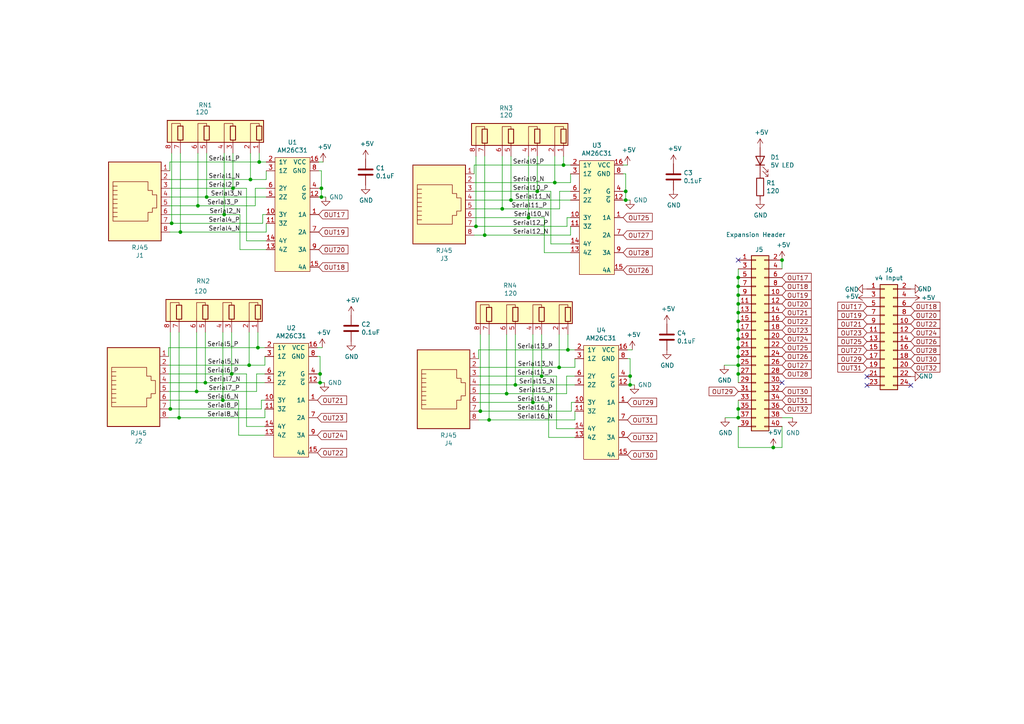
<source format=kicad_sch>
(kicad_sch (version 20211123) (generator eeschema)
  (paper "A4")
  (title_block (title "Diff Expansion") (date "2022-01-07") (rev "v3") (company "Scott Hanson"))
  (lib_symbols
    (symbol "Connector:RJ45" (pin_names (offset 1.016))
      (property "Reference" "J" (at -5.08 13.97 0))
      (property "Value" "RJ45" (at 2.54 13.97 0))
      (symbol "RJ45_0_1"
        (polyline (pts (xy -5.08 4.445) (xy -6.35 4.445)))
        (polyline (pts (xy -5.08 5.715) (xy -6.35 5.715)))
        (polyline (pts (xy -6.35 -3.175) (xy -5.08 -3.175) (xy -5.08 -3.175)))
        (polyline (pts (xy -6.35 -1.905) (xy -5.08 -1.905) (xy -5.08 -1.905)))
        (polyline (pts (xy -6.35 -0.635) (xy -5.08 -0.635) (xy -5.08 -0.635)))
        (polyline (pts (xy -6.35 0.635) (xy -5.08 0.635) (xy -5.08 0.635)))
        (polyline (pts (xy -6.35 1.905) (xy -5.08 1.905) (xy -5.08 1.905)))
        (polyline (pts (xy -5.08 3.175) (xy -6.35 3.175) (xy -6.35 3.175)))
        (polyline (pts (xy -6.35 -4.445) (xy -6.35 6.985) (xy 3.81 6.985) (xy 3.81 4.445) (xy 5.08 4.445) (xy 5.08 3.175) (xy 6.35 3.175) (xy 6.35 -0.635) (xy 5.08 -0.635) (xy 5.08 -1.905) (xy 3.81 -1.905) (xy 3.81 -4.445) (xy -6.35 -4.445) (xy -6.35 -4.445)))
        (rectangle (start 7.62 12.7) (end -7.62 -10.16) (stroke (width 0.254)) (fill (type background)))
      )
      (symbol "RJ45_1_1"
        (pin passive line (at 10.16 -7.62 180) (length 2.54) (name "~") (number "1"))
        (pin passive line (at 10.16 -5.08 180) (length 2.54) (name "~") (number "2"))
        (pin passive line (at 10.16 -2.54 180) (length 2.54) (name "~") (number "3"))
        (pin passive line (at 10.16 0 180) (length 2.54) (name "~") (number "4"))
        (pin passive line (at 10.16 2.54 180) (length 2.54) (name "~") (number "5"))
        (pin passive line (at 10.16 5.08 180) (length 2.54) (name "~") (number "6"))
        (pin passive line (at 10.16 7.62 180) (length 2.54) (name "~") (number "7"))
        (pin passive line (at 10.16 10.16 180) (length 2.54) (name "~") (number "8"))
      )
    )
    (symbol "Connector_Generic:Conn_02x12_Odd_Even" (pin_names (offset 1.016) hide)
      (property "Reference" "J" (at 1.27 15.24 0))
      (property "Value" "Conn_02x12_Odd_Even" (at 1.27 -17.78 0))
      (symbol "Conn_02x12_Odd_Even_1_1"
        (rectangle (start -1.27 -15.113) (end 0 -15.367) (stroke (width 0.1524)))
        (rectangle (start -1.27 -12.573) (end 0 -12.827) (stroke (width 0.1524)))
        (rectangle (start -1.27 -10.033) (end 0 -10.287) (stroke (width 0.1524)))
        (rectangle (start -1.27 -7.493) (end 0 -7.747) (stroke (width 0.1524)))
        (rectangle (start -1.27 -4.953) (end 0 -5.207) (stroke (width 0.1524)))
        (rectangle (start -1.27 -2.413) (end 0 -2.667) (stroke (width 0.1524)))
        (rectangle (start -1.27 0.127) (end 0 -0.127) (stroke (width 0.1524)))
        (rectangle (start -1.27 2.667) (end 0 2.413) (stroke (width 0.1524)))
        (rectangle (start -1.27 5.207) (end 0 4.953) (stroke (width 0.1524)))
        (rectangle (start -1.27 7.747) (end 0 7.493) (stroke (width 0.1524)))
        (rectangle (start -1.27 10.287) (end 0 10.033) (stroke (width 0.1524)))
        (rectangle (start -1.27 12.827) (end 0 12.573) (stroke (width 0.1524)))
        (rectangle (start -1.27 13.97) (end 3.81 -16.51) (stroke (width 0.254)) (fill (type background)))
        (rectangle (start 3.81 -15.113) (end 2.54 -15.367) (stroke (width 0.1524)))
        (rectangle (start 3.81 -12.573) (end 2.54 -12.827) (stroke (width 0.1524)))
        (rectangle (start 3.81 -10.033) (end 2.54 -10.287) (stroke (width 0.1524)))
        (rectangle (start 3.81 -7.493) (end 2.54 -7.747) (stroke (width 0.1524)))
        (rectangle (start 3.81 -4.953) (end 2.54 -5.207) (stroke (width 0.1524)))
        (rectangle (start 3.81 -2.413) (end 2.54 -2.667) (stroke (width 0.1524)))
        (rectangle (start 3.81 0.127) (end 2.54 -0.127) (stroke (width 0.1524)))
        (rectangle (start 3.81 2.667) (end 2.54 2.413) (stroke (width 0.1524)))
        (rectangle (start 3.81 5.207) (end 2.54 4.953) (stroke (width 0.1524)))
        (rectangle (start 3.81 7.747) (end 2.54 7.493) (stroke (width 0.1524)))
        (rectangle (start 3.81 10.287) (end 2.54 10.033) (stroke (width 0.1524)))
        (rectangle (start 3.81 12.827) (end 2.54 12.573) (stroke (width 0.1524)))
        (pin passive line (at -5.08 12.7 0) (length 3.81) (name "Pin_1") (number "1"))
        (pin passive line (at 7.62 2.54 180) (length 3.81) (name "Pin_10") (number "10"))
        (pin passive line (at -5.08 0 0) (length 3.81) (name "Pin_11") (number "11"))
        (pin passive line (at 7.62 0 180) (length 3.81) (name "Pin_12") (number "12"))
        (pin passive line (at -5.08 -2.54 0) (length 3.81) (name "Pin_13") (number "13"))
        (pin passive line (at 7.62 -2.54 180) (length 3.81) (name "Pin_14") (number "14"))
        (pin passive line (at -5.08 -5.08 0) (length 3.81) (name "Pin_15") (number "15"))
        (pin passive line (at 7.62 -5.08 180) (length 3.81) (name "Pin_16") (number "16"))
        (pin passive line (at -5.08 -7.62 0) (length 3.81) (name "Pin_17") (number "17"))
        (pin passive line (at 7.62 -7.62 180) (length 3.81) (name "Pin_18") (number "18"))
        (pin passive line (at -5.08 -10.16 0) (length 3.81) (name "Pin_19") (number "19"))
        (pin passive line (at 7.62 12.7 180) (length 3.81) (name "Pin_2") (number "2"))
        (pin passive line (at 7.62 -10.16 180) (length 3.81) (name "Pin_20") (number "20"))
        (pin passive line (at -5.08 -12.7 0) (length 3.81) (name "Pin_21") (number "21"))
        (pin passive line (at 7.62 -12.7 180) (length 3.81) (name "Pin_22") (number "22"))
        (pin passive line (at -5.08 -15.24 0) (length 3.81) (name "Pin_23") (number "23"))
        (pin passive line (at 7.62 -15.24 180) (length 3.81) (name "Pin_24") (number "24"))
        (pin passive line (at -5.08 10.16 0) (length 3.81) (name "Pin_3") (number "3"))
        (pin passive line (at 7.62 10.16 180) (length 3.81) (name "Pin_4") (number "4"))
        (pin passive line (at -5.08 7.62 0) (length 3.81) (name "Pin_5") (number "5"))
        (pin passive line (at 7.62 7.62 180) (length 3.81) (name "Pin_6") (number "6"))
        (pin passive line (at -5.08 5.08 0) (length 3.81) (name "Pin_7") (number "7"))
        (pin passive line (at 7.62 5.08 180) (length 3.81) (name "Pin_8") (number "8"))
        (pin passive line (at -5.08 2.54 0) (length 3.81) (name "Pin_9") (number "9"))
      )
    )
    (symbol "Connector_Generic:Conn_02x20_Odd_Even" (pin_names (offset 1.016) hide)
      (property "Reference" "J" (at 1.27 25.4 0))
      (property "Value" "Conn_02x20_Odd_Even" (at 1.27 -27.94 0))
      (symbol "Conn_02x20_Odd_Even_1_1"
        (rectangle (start -1.27 -25.273) (end 0 -25.527) (stroke (width 0.1524)))
        (rectangle (start -1.27 -22.733) (end 0 -22.987) (stroke (width 0.1524)))
        (rectangle (start -1.27 -20.193) (end 0 -20.447) (stroke (width 0.1524)))
        (rectangle (start -1.27 -17.653) (end 0 -17.907) (stroke (width 0.1524)))
        (rectangle (start -1.27 -15.113) (end 0 -15.367) (stroke (width 0.1524)))
        (rectangle (start -1.27 -12.573) (end 0 -12.827) (stroke (width 0.1524)))
        (rectangle (start -1.27 -10.033) (end 0 -10.287) (stroke (width 0.1524)))
        (rectangle (start -1.27 -7.493) (end 0 -7.747) (stroke (width 0.1524)))
        (rectangle (start -1.27 -4.953) (end 0 -5.207) (stroke (width 0.1524)))
        (rectangle (start -1.27 -2.413) (end 0 -2.667) (stroke (width 0.1524)))
        (rectangle (start -1.27 0.127) (end 0 -0.127) (stroke (width 0.1524)))
        (rectangle (start -1.27 2.667) (end 0 2.413) (stroke (width 0.1524)))
        (rectangle (start -1.27 5.207) (end 0 4.953) (stroke (width 0.1524)))
        (rectangle (start -1.27 7.747) (end 0 7.493) (stroke (width 0.1524)))
        (rectangle (start -1.27 10.287) (end 0 10.033) (stroke (width 0.1524)))
        (rectangle (start -1.27 12.827) (end 0 12.573) (stroke (width 0.1524)))
        (rectangle (start -1.27 15.367) (end 0 15.113) (stroke (width 0.1524)))
        (rectangle (start -1.27 17.907) (end 0 17.653) (stroke (width 0.1524)))
        (rectangle (start -1.27 20.447) (end 0 20.193) (stroke (width 0.1524)))
        (rectangle (start -1.27 22.987) (end 0 22.733) (stroke (width 0.1524)))
        (rectangle (start -1.27 24.13) (end 3.81 -26.67) (stroke (width 0.254)) (fill (type background)))
        (rectangle (start 3.81 -25.273) (end 2.54 -25.527) (stroke (width 0.1524)))
        (rectangle (start 3.81 -22.733) (end 2.54 -22.987) (stroke (width 0.1524)))
        (rectangle (start 3.81 -20.193) (end 2.54 -20.447) (stroke (width 0.1524)))
        (rectangle (start 3.81 -17.653) (end 2.54 -17.907) (stroke (width 0.1524)))
        (rectangle (start 3.81 -15.113) (end 2.54 -15.367) (stroke (width 0.1524)))
        (rectangle (start 3.81 -12.573) (end 2.54 -12.827) (stroke (width 0.1524)))
        (rectangle (start 3.81 -10.033) (end 2.54 -10.287) (stroke (width 0.1524)))
        (rectangle (start 3.81 -7.493) (end 2.54 -7.747) (stroke (width 0.1524)))
        (rectangle (start 3.81 -4.953) (end 2.54 -5.207) (stroke (width 0.1524)))
        (rectangle (start 3.81 -2.413) (end 2.54 -2.667) (stroke (width 0.1524)))
        (rectangle (start 3.81 0.127) (end 2.54 -0.127) (stroke (width 0.1524)))
        (rectangle (start 3.81 2.667) (end 2.54 2.413) (stroke (width 0.1524)))
        (rectangle (start 3.81 5.207) (end 2.54 4.953) (stroke (width 0.1524)))
        (rectangle (start 3.81 7.747) (end 2.54 7.493) (stroke (width 0.1524)))
        (rectangle (start 3.81 10.287) (end 2.54 10.033) (stroke (width 0.1524)))
        (rectangle (start 3.81 12.827) (end 2.54 12.573) (stroke (width 0.1524)))
        (rectangle (start 3.81 15.367) (end 2.54 15.113) (stroke (width 0.1524)))
        (rectangle (start 3.81 17.907) (end 2.54 17.653) (stroke (width 0.1524)))
        (rectangle (start 3.81 20.447) (end 2.54 20.193) (stroke (width 0.1524)))
        (rectangle (start 3.81 22.987) (end 2.54 22.733) (stroke (width 0.1524)))
        (pin passive line (at -5.08 22.86 0) (length 3.81) (name "Pin_1") (number "1"))
        (pin passive line (at 7.62 12.7 180) (length 3.81) (name "Pin_10") (number "10"))
        (pin passive line (at -5.08 10.16 0) (length 3.81) (name "Pin_11") (number "11"))
        (pin passive line (at 7.62 10.16 180) (length 3.81) (name "Pin_12") (number "12"))
        (pin passive line (at -5.08 7.62 0) (length 3.81) (name "Pin_13") (number "13"))
        (pin passive line (at 7.62 7.62 180) (length 3.81) (name "Pin_14") (number "14"))
        (pin passive line (at -5.08 5.08 0) (length 3.81) (name "Pin_15") (number "15"))
        (pin passive line (at 7.62 5.08 180) (length 3.81) (name "Pin_16") (number "16"))
        (pin passive line (at -5.08 2.54 0) (length 3.81) (name "Pin_17") (number "17"))
        (pin passive line (at 7.62 2.54 180) (length 3.81) (name "Pin_18") (number "18"))
        (pin passive line (at -5.08 0 0) (length 3.81) (name "Pin_19") (number "19"))
        (pin passive line (at 7.62 22.86 180) (length 3.81) (name "Pin_2") (number "2"))
        (pin passive line (at 7.62 0 180) (length 3.81) (name "Pin_20") (number "20"))
        (pin passive line (at -5.08 -2.54 0) (length 3.81) (name "Pin_21") (number "21"))
        (pin passive line (at 7.62 -2.54 180) (length 3.81) (name "Pin_22") (number "22"))
        (pin passive line (at -5.08 -5.08 0) (length 3.81) (name "Pin_23") (number "23"))
        (pin passive line (at 7.62 -5.08 180) (length 3.81) (name "Pin_24") (number "24"))
        (pin passive line (at -5.08 -7.62 0) (length 3.81) (name "Pin_25") (number "25"))
        (pin passive line (at 7.62 -7.62 180) (length 3.81) (name "Pin_26") (number "26"))
        (pin passive line (at -5.08 -10.16 0) (length 3.81) (name "Pin_27") (number "27"))
        (pin passive line (at 7.62 -10.16 180) (length 3.81) (name "Pin_28") (number "28"))
        (pin passive line (at -5.08 -12.7 0) (length 3.81) (name "Pin_29") (number "29"))
        (pin passive line (at -5.08 20.32 0) (length 3.81) (name "Pin_3") (number "3"))
        (pin passive line (at 7.62 -12.7 180) (length 3.81) (name "Pin_30") (number "30"))
        (pin passive line (at -5.08 -15.24 0) (length 3.81) (name "Pin_31") (number "31"))
        (pin passive line (at 7.62 -15.24 180) (length 3.81) (name "Pin_32") (number "32"))
        (pin passive line (at -5.08 -17.78 0) (length 3.81) (name "Pin_33") (number "33"))
        (pin passive line (at 7.62 -17.78 180) (length 3.81) (name "Pin_34") (number "34"))
        (pin passive line (at -5.08 -20.32 0) (length 3.81) (name "Pin_35") (number "35"))
        (pin passive line (at 7.62 -20.32 180) (length 3.81) (name "Pin_36") (number "36"))
        (pin passive line (at -5.08 -22.86 0) (length 3.81) (name "Pin_37") (number "37"))
        (pin passive line (at 7.62 -22.86 180) (length 3.81) (name "Pin_38") (number "38"))
        (pin passive line (at -5.08 -25.4 0) (length 3.81) (name "Pin_39") (number "39"))
        (pin passive line (at 7.62 20.32 180) (length 3.81) (name "Pin_4") (number "4"))
        (pin passive line (at 7.62 -25.4 180) (length 3.81) (name "Pin_40") (number "40"))
        (pin passive line (at -5.08 17.78 0) (length 3.81) (name "Pin_5") (number "5"))
        (pin passive line (at 7.62 17.78 180) (length 3.81) (name "Pin_6") (number "6"))
        (pin passive line (at -5.08 15.24 0) (length 3.81) (name "Pin_7") (number "7"))
        (pin passive line (at 7.62 15.24 180) (length 3.81) (name "Pin_8") (number "8"))
        (pin passive line (at -5.08 12.7 0) (length 3.81) (name "Pin_9") (number "9"))
      )
    )
    (symbol "Device:C" (pin_numbers hide) (pin_names (offset 0.254))
      (property "Reference" "C" (at 0.635 2.54 0))
      (property "Value" "C" (at 0.635 -2.54 0))
      (symbol "C_0_1"
        (polyline (pts (xy -2.032 -0.762) (xy 2.032 -0.762)) (stroke (width 0.508)))
        (polyline (pts (xy -2.032 0.762) (xy 2.032 0.762)) (stroke (width 0.508)))
      )
      (symbol "C_1_1"
        (pin passive line (at 0 3.81 270) (length 2.794) (name "~") (number "1"))
        (pin passive line (at 0 -3.81 90) (length 2.794) (name "~") (number "2"))
      )
    )
    (symbol "Device:LED" (pin_numbers hide) (pin_names (offset 1.016) hide)
      (property "Reference" "D" (at 0 2.54 0))
      (property "Value" "LED" (at 0 -2.54 0))
      (symbol "LED_0_1"
        (polyline (pts (xy -1.27 -1.27) (xy -1.27 1.27)) (stroke (width 0.254)))
        (polyline (pts (xy -1.27 0) (xy 1.27 0)))
        (polyline (pts (xy 1.27 -1.27) (xy 1.27 1.27) (xy -1.27 0) (xy 1.27 -1.27)) (stroke (width 0.254)))
        (polyline (pts (xy -3.048 -0.762) (xy -4.572 -2.286) (xy -3.81 -2.286) (xy -4.572 -2.286) (xy -4.572 -1.524)))
        (polyline (pts (xy -1.778 -0.762) (xy -3.302 -2.286) (xy -2.54 -2.286) (xy -3.302 -2.286) (xy -3.302 -1.524)))
      )
      (symbol "LED_1_1"
        (pin passive line (at -3.81 0 0) (length 2.54) (name "K") (number "1"))
        (pin passive line (at 3.81 0 180) (length 2.54) (name "A") (number "2"))
      )
    )
    (symbol "Device:R" (pin_numbers hide) (pin_names (offset 0))
      (property "Reference" "R" (at 2.032 0 90))
      (property "Value" "R" (at 0 0 90))
      (symbol "R_0_1"
        (rectangle (start -1.016 -2.54) (end 1.016 2.54) (stroke (width 0.254)))
      )
      (symbol "R_1_1"
        (pin passive line (at 0 3.81 270) (length 1.27) (name "~") (number "1"))
        (pin passive line (at 0 -3.81 90) (length 1.27) (name "~") (number "2"))
      )
    )
    (symbol "Device:R_Pack04_SIP" (pin_names (offset 0) hide)
      (property "Reference" "RN" (at -15.24 0 90))
      (property "Value" "R_Pack04_SIP" (at 15.24 0 90))
      (symbol "R_Pack04_SIP_0_1"
        (rectangle (start -13.97 -1.905) (end 13.97 4.445) (stroke (width 0.254)) (fill (type background)))
        (rectangle (start -13.462 2.794) (end -11.938 -1.27) (stroke (width 0.254)))
        (rectangle (start -5.842 2.794) (end -4.318 -1.27) (stroke (width 0.254)))
        (polyline (pts (xy -12.7 2.794) (xy -12.7 3.556) (xy -10.16 3.556) (xy -10.16 -1.27)))
        (polyline (pts (xy -5.08 2.794) (xy -5.08 3.556) (xy -2.54 3.556) (xy -2.54 -1.27)))
        (polyline (pts (xy 2.54 2.794) (xy 2.54 3.556) (xy 5.08 3.556) (xy 5.08 -1.27)))
        (polyline (pts (xy 10.16 2.794) (xy 10.16 3.556) (xy 12.7 3.556) (xy 12.7 -1.27)))
        (rectangle (start 1.778 2.794) (end 3.302 -1.27) (stroke (width 0.254)))
        (rectangle (start 9.398 2.794) (end 10.922 -1.27) (stroke (width 0.254)))
      )
      (symbol "R_Pack04_SIP_1_1"
        (pin passive line (at -12.7 -5.08 90) (length 3.81) (name "R1.1") (number "1"))
        (pin passive line (at -10.16 -5.08 90) (length 3.81) (name "R1.2") (number "2"))
        (pin passive line (at -5.08 -5.08 90) (length 3.81) (name "R2.1") (number "3"))
        (pin passive line (at -2.54 -5.08 90) (length 3.81) (name "R2.2") (number "4"))
        (pin passive line (at 2.54 -5.08 90) (length 3.81) (name "R3.1") (number "5"))
        (pin passive line (at 5.08 -5.08 90) (length 3.81) (name "R3.2") (number "6"))
        (pin passive line (at 10.16 -5.08 90) (length 3.81) (name "R4.1") (number "7"))
        (pin passive line (at 12.7 -5.08 90) (length 3.81) (name "R4.2") (number "8"))
      )
    )
    (symbol "Diff_Expansion-rescue:AM26C31-AM26C31" (pin_names (offset 1.016))
      (property "Reference" "IC" (at -5.08 17.78 0))
      (property "Value" "AM26C31-AM26C31" (at -5.08 -17.78 0))
      (symbol "AM26C31-AM26C31_0_0"
        (pin input line (at -7.62 0 0) (length 2.54) (name "1A") (number "1"))
        (pin output line (at 7.62 0 180) (length 2.54) (name "3Y") (number "10"))
        (pin output line (at 7.62 -2.54 180) (length 2.54) (name "3Z") (number "11"))
        (pin input line (at -7.62 5.08 0) (length 2.54) (name "~{G}") (number "12"))
        (pin output line (at 7.62 -10.16 180) (length 2.54) (name "4Z") (number "13"))
        (pin output line (at 7.62 -7.62 180) (length 2.54) (name "4Y") (number "14"))
        (pin input line (at -7.62 -15.24 0) (length 2.54) (name "4A") (number "15"))
        (pin power_in line (at -7.62 15.24 0) (length 2.54) (name "VCC") (number "16"))
        (pin output line (at 7.62 15.24 180) (length 2.54) (name "1Y") (number "2"))
        (pin output line (at 7.62 12.7 180) (length 2.54) (name "1Z") (number "3"))
        (pin input line (at -7.62 7.62 0) (length 2.54) (name "G") (number "4"))
        (pin output line (at 7.62 5.08 180) (length 2.54) (name "2Z") (number "5"))
        (pin output line (at 7.62 7.62 180) (length 2.54) (name "2Y") (number "6"))
        (pin input line (at -7.62 -5.08 0) (length 2.54) (name "2A") (number "7"))
        (pin power_in line (at -7.62 12.7 0) (length 2.54) (name "GND") (number "8"))
        (pin input line (at -7.62 -10.16 0) (length 2.54) (name "3A") (number "9"))
      )
      (symbol "AM26C31-AM26C31_0_1"
        (rectangle (start -5.08 16.51) (end 5.08 -16.51) (fill (type background)))
      )
    )
    (symbol "power:+5V" (power) (pin_names (offset 0))
      (property "Value" "+5V" (at 0 3.556 0))
      (symbol "+5V_0_1"
        (polyline (pts (xy -0.762 1.27) (xy 0 2.54)))
        (polyline (pts (xy 0 0) (xy 0 2.54)))
        (polyline (pts (xy 0 2.54) (xy 0.762 1.27)))
      )
      (symbol "+5V_1_1"
        (pin power_in line (at 0 0 90) (length 0) hide (name "+5V") (number "1"))
      )
    )
    (symbol "power:GND" (power) (pin_names (offset 0))
      (property "Value" "GND" (at 0 -3.81 0))
      (symbol "GND_0_1"
        (polyline (pts (xy 0 0) (xy 0 -1.27) (xy 1.27 -1.27) (xy 0 -2.54) (xy -1.27 -1.27) (xy 0 -1.27)))
      )
      (symbol "GND_1_1"
        (pin power_in line (at 0 0 270) (length 0) hide (name "GND") (number "1"))
      )
    )
  )
  (junction (at 59.563 110.998))
  (junction (at 72.644 52.07))
  (junction (at 57.404 59.69))
  (junction (at 140.589 68.199))
  (junction (at 181.483 58.039))
  (junction (at 65.024 62.23))
  (junction (at 75.184 46.99))
  (junction (at 160.909 52.959))
  (junction (at 214.122 105.918))
  (junction (at 67.564 54.61))
  (junction (at 49.784 64.77))
  (junction (at 226.822 75.438))
  (junction (at 214.122 118.618))
  (junction (at 92.837 108.458))
  (junction (at 214.122 83.058))
  (junction (at 153.289 63.119))
  (junction (at 145.669 60.579))
  (junction (at 214.122 95.758))
  (junction (at 148.209 58.039))
  (junction (at 154.559 116.713))
  (junction (at 182.753 111.633))
  (junction (at 214.122 93.218))
  (junction (at 164.719 101.473))
  (junction (at 214.122 90.678))
  (junction (at 224.282 129.794))
  (junction (at 182.753 109.093))
  (junction (at 49.403 118.618))
  (junction (at 92.837 110.998))
  (junction (at 214.122 88.138))
  (junction (at 141.859 121.793))
  (junction (at 214.122 121.158))
  (junction (at 57.023 113.538))
  (junction (at 93.218 57.15))
  (junction (at 59.944 57.15))
  (junction (at 214.122 80.518))
  (junction (at 52.324 67.31))
  (junction (at 146.939 114.173))
  (junction (at 163.449 47.879))
  (junction (at 139.319 119.253))
  (junction (at 214.122 98.298))
  (junction (at 74.803 100.838))
  (junction (at 214.122 85.598))
  (junction (at 214.122 100.838))
  (junction (at 214.122 108.458))
  (junction (at 67.183 108.458))
  (junction (at 72.263 105.918))
  (junction (at 162.179 106.553))
  (junction (at 157.099 109.093))
  (junction (at 214.122 103.378))
  (junction (at 64.643 116.078))
  (junction (at 149.479 111.633))
  (junction (at 138.049 65.659))
  (junction (at 51.943 121.158))
  (junction (at 155.829 55.499))
  (junction (at 93.218 54.61))
  (junction (at 181.483 55.499))
  (no_connect (at 251.46 111.76))
  (no_connect (at 226.822 110.998))
  (no_connect (at 251.46 109.22))
  (no_connect (at 214.122 75.438))
  (no_connect (at 264.16 111.76))
  (wire (pts (xy 49.276 64.77) (xy 49.784 64.77)))
  (wire (pts (xy 145.669 45.339) (xy 145.669 60.579)))
  (wire (pts (xy 137.541 47.879) (xy 163.449 47.879)))
  (wire (pts (xy 92.075 103.378) (xy 92.837 103.378)))
  (wire (pts (xy 160.909 45.339) (xy 160.909 52.959)))
  (wire (pts (xy 140.589 45.339) (xy 140.589 68.199)))
  (wire (pts (xy 137.541 55.499) (xy 155.829 55.499)))
  (wire (pts (xy 74.422 113.538) (xy 74.422 108.458)))
  (wire (pts (xy 75.819 116.078) (xy 76.835 116.078)))
  (wire (pts (xy 161.417 109.093) (xy 161.417 124.333)))
  (wire (pts (xy 76.835 100.838) (xy 74.803 100.838)))
  (wire (pts (xy 140.589 68.199) (xy 137.541 68.199)))
  (wire (pts (xy 149.479 97.028) (xy 149.479 111.633)))
  (wire (pts (xy 226.822 129.794) (xy 224.282 129.794)))
  (wire (pts (xy 49.276 57.15) (xy 59.944 57.15)))
  (wire (pts (xy 48.895 113.538) (xy 57.023 113.538)))
  (wire (pts (xy 181.991 101.473) (xy 183.388 101.473)))
  (wire (pts (xy 48.895 118.618) (xy 49.403 118.618)))
  (wire (pts (xy 154.559 97.028) (xy 154.559 116.713)))
  (wire (pts (xy 71.501 108.458) (xy 71.501 123.698)))
  (wire (pts (xy 67.183 96.393) (xy 67.183 108.458)))
  (wire (pts (xy 52.324 44.45) (xy 52.324 67.31)))
  (wire (pts (xy 165.481 55.499) (xy 162.306 55.499)))
  (wire (pts (xy 74.422 108.458) (xy 76.835 108.458)))
  (wire (pts (xy 146.939 97.028) (xy 146.939 114.173)))
  (wire (pts (xy 57.404 44.45) (xy 57.404 59.69)))
  (wire (pts (xy 214.122 105.918) (xy 210.058 105.918)))
  (wire (pts (xy 138.811 114.173) (xy 146.939 114.173)))
  (wire (pts (xy 181.991 109.093) (xy 182.753 109.093)))
  (wire (pts (xy 162.306 55.499) (xy 162.306 60.579)))
  (wire (pts (xy 214.122 98.298) (xy 214.122 100.838)))
  (wire (pts (xy 164.465 63.119) (xy 165.481 63.119)))
  (wire (pts (xy 77.216 64.77) (xy 77.216 67.31)))
  (wire (pts (xy 214.122 116.078) (xy 214.122 118.618)))
  (wire (pts (xy 48.895 100.838) (xy 74.803 100.838)))
  (wire (pts (xy 226.822 75.438) (xy 226.822 77.978)))
  (wire (pts (xy 138.811 109.093) (xy 157.099 109.093)))
  (wire (pts (xy 214.122 90.678) (xy 214.122 93.218)))
  (wire (pts (xy 145.669 60.579) (xy 137.541 60.579)))
  (wire (pts (xy 69.215 126.238) (xy 76.835 126.238)))
  (wire (pts (xy 71.501 54.61) (xy 71.501 69.85)))
  (wire (pts (xy 180.721 55.499) (xy 181.483 55.499)))
  (wire (pts (xy 49.276 54.61) (xy 67.564 54.61)))
  (wire (pts (xy 224.282 129.794) (xy 214.122 129.794)))
  (wire (pts (xy 180.721 50.419) (xy 181.483 50.419)))
  (wire (pts (xy 162.179 106.553) (xy 166.751 106.553)))
  (wire (pts (xy 76.2 62.23) (xy 77.216 62.23)))
  (wire (pts (xy 69.215 116.078) (xy 69.215 126.238)))
  (wire (pts (xy 165.481 52.959) (xy 165.481 50.419)))
  (wire (pts (xy 138.049 65.659) (xy 164.465 65.659)))
  (wire (pts (xy 75.819 118.618) (xy 75.819 116.078)))
  (wire (pts (xy 166.751 106.553) (xy 166.751 104.013)))
  (wire (pts (xy 164.719 97.028) (xy 164.719 101.473)))
  (wire (pts (xy 137.541 58.039) (xy 148.209 58.039)))
  (wire (pts (xy 182.753 111.633) (xy 181.991 111.633)))
  (wire (pts (xy 214.122 85.598) (xy 214.122 88.138)))
  (wire (pts (xy 67.183 108.458) (xy 71.501 108.458)))
  (wire (pts (xy 72.263 105.918) (xy 76.835 105.918)))
  (wire (pts (xy 49.276 46.99) (xy 75.184 46.99)))
  (wire (pts (xy 92.837 108.458) (xy 92.837 110.998)))
  (wire (pts (xy 148.209 58.039) (xy 165.481 58.039)))
  (wire (pts (xy 139.319 119.253) (xy 165.735 119.253)))
  (wire (pts (xy 74.041 54.61) (xy 74.041 59.69)))
  (wire (pts (xy 64.643 116.078) (xy 69.215 116.078)))
  (wire (pts (xy 64.643 96.393) (xy 64.643 116.078)))
  (wire (pts (xy 162.179 97.028) (xy 162.179 106.553)))
  (wire (pts (xy 51.943 121.158) (xy 48.895 121.158)))
  (wire (pts (xy 94.488 57.15) (xy 93.218 57.15)))
  (wire (pts (xy 49.276 52.07) (xy 72.644 52.07)))
  (wire (pts (xy 137.541 65.659) (xy 138.049 65.659)))
  (wire (pts (xy 75.184 44.45) (xy 75.184 46.99)))
  (wire (pts (xy 138.811 101.473) (xy 164.719 101.473)))
  (wire (pts (xy 138.811 116.713) (xy 154.559 116.713)))
  (wire (pts (xy 69.596 72.39) (xy 77.216 72.39)))
  (wire (pts (xy 214.122 121.158) (xy 210.312 121.158)))
  (wire (pts (xy 93.218 49.53) (xy 93.218 54.61)))
  (wire (pts (xy 71.501 69.85) (xy 77.216 69.85)))
  (wire (pts (xy 76.835 105.918) (xy 76.835 103.378)))
  (wire (pts (xy 48.895 105.918) (xy 72.263 105.918)))
  (wire (pts (xy 155.829 55.499) (xy 159.766 55.499)))
  (wire (pts (xy 59.944 57.15) (xy 77.216 57.15)))
  (wire (pts (xy 166.751 119.253) (xy 166.751 121.793)))
  (wire (pts (xy 67.564 44.45) (xy 67.564 54.61)))
  (wire (pts (xy 161.417 124.333) (xy 166.751 124.333)))
  (wire (pts (xy 160.909 52.959) (xy 165.481 52.959)))
  (wire (pts (xy 165.481 47.879) (xy 163.449 47.879)))
  (wire (pts (xy 214.122 93.218) (xy 214.122 95.758)))
  (wire (pts (xy 181.483 55.499) (xy 181.483 58.039)))
  (wire (pts (xy 52.324 67.31) (xy 49.276 67.31)))
  (wire (pts (xy 164.338 114.173) (xy 164.338 109.093)))
  (wire (pts (xy 92.837 110.998) (xy 92.075 110.998)))
  (wire (pts (xy 214.122 123.698) (xy 214.122 129.794)))
  (wire (pts (xy 77.216 52.07) (xy 77.216 49.53)))
  (wire (pts (xy 72.263 96.393) (xy 72.263 105.918)))
  (wire (pts (xy 153.289 63.119) (xy 157.861 63.119)))
  (wire (pts (xy 164.465 65.659) (xy 164.465 63.119)))
  (wire (pts (xy 157.099 97.028) (xy 157.099 109.093)))
  (wire (pts (xy 165.481 65.659) (xy 165.481 68.199)))
  (wire (pts (xy 67.564 54.61) (xy 71.501 54.61)))
  (wire (pts (xy 77.216 46.99) (xy 75.184 46.99)))
  (wire (pts (xy 65.024 44.45) (xy 65.024 62.23)))
  (wire (pts (xy 92.075 108.458) (xy 92.837 108.458)))
  (wire (pts (xy 92.456 54.61) (xy 93.218 54.61)))
  (wire (pts (xy 214.122 100.838) (xy 214.122 103.378)))
  (wire (pts (xy 49.276 62.23) (xy 65.024 62.23)))
  (wire (pts (xy 226.822 123.698) (xy 226.822 129.794)))
  (wire (pts (xy 77.216 54.61) (xy 74.041 54.61)))
  (wire (pts (xy 48.895 116.078) (xy 64.643 116.078)))
  (wire (pts (xy 214.122 118.618) (xy 214.122 121.158)))
  (wire (pts (xy 164.338 109.093) (xy 166.751 109.093)))
  (wire (pts (xy 49.403 96.393) (xy 49.403 118.618)))
  (wire (pts (xy 163.449 45.339) (xy 163.449 47.879)))
  (wire (pts (xy 59.563 96.393) (xy 59.563 110.998)))
  (wire (pts (xy 59.563 110.998) (xy 76.835 110.998)))
  (wire (pts (xy 214.122 80.518) (xy 214.122 83.058)))
  (wire (pts (xy 154.559 116.713) (xy 159.131 116.713)))
  (wire (pts (xy 57.023 113.538) (xy 74.422 113.538)))
  (wire (pts (xy 214.122 88.138) (xy 214.122 90.678)))
  (wire (pts (xy 48.895 100.838) (xy 48.895 103.378)))
  (wire (pts (xy 59.944 44.45) (xy 59.944 57.15)))
  (wire (pts (xy 57.023 96.393) (xy 57.023 113.538)))
  (wire (pts (xy 165.481 68.199) (xy 140.589 68.199)))
  (wire (pts (xy 157.861 73.279) (xy 165.481 73.279)))
  (wire (pts (xy 65.024 62.23) (xy 69.596 62.23)))
  (wire (pts (xy 49.276 46.99) (xy 49.276 49.53)))
  (wire (pts (xy 57.404 59.69) (xy 49.276 59.69)))
  (wire (pts (xy 137.541 63.119) (xy 153.289 63.119)))
  (wire (pts (xy 138.811 101.473) (xy 138.811 104.013)))
  (wire (pts (xy 149.479 111.633) (xy 166.751 111.633)))
  (wire (pts (xy 69.596 62.23) (xy 69.596 72.39)))
  (wire (pts (xy 77.216 67.31) (xy 52.324 67.31)))
  (wire (pts (xy 72.644 44.45) (xy 72.644 52.07)))
  (wire (pts (xy 141.859 121.793) (xy 138.811 121.793)))
  (wire (pts (xy 148.209 45.339) (xy 148.209 58.039)))
  (wire (pts (xy 76.835 118.618) (xy 76.835 121.158)))
  (wire (pts (xy 181.991 104.013) (xy 182.753 104.013)))
  (wire (pts (xy 182.753 109.093) (xy 182.753 111.633)))
  (wire (pts (xy 92.456 46.99) (xy 93.726 46.99)))
  (wire (pts (xy 49.784 44.45) (xy 49.784 64.77)))
  (wire (pts (xy 165.735 119.253) (xy 165.735 116.713)))
  (wire (pts (xy 180.721 47.879) (xy 181.991 47.879)))
  (wire (pts (xy 153.289 45.339) (xy 153.289 63.119)))
  (wire (pts (xy 74.803 96.393) (xy 74.803 100.838)))
  (wire (pts (xy 226.822 121.158) (xy 229.87 121.158)))
  (wire (pts (xy 166.751 101.473) (xy 164.719 101.473)))
  (wire (pts (xy 162.306 60.579) (xy 145.669 60.579)))
  (wire (pts (xy 155.829 45.339) (xy 155.829 55.499)))
  (wire (pts (xy 71.501 123.698) (xy 76.835 123.698)))
  (wire (pts (xy 137.541 52.959) (xy 160.909 52.959)))
  (wire (pts (xy 48.895 108.458) (xy 67.183 108.458)))
  (wire (pts (xy 214.122 77.978) (xy 214.122 80.518)))
  (wire (pts (xy 74.041 59.69) (xy 57.404 59.69)))
  (wire (pts (xy 214.122 83.058) (xy 214.122 85.598)))
  (wire (pts (xy 157.099 109.093) (xy 161.417 109.093)))
  (wire (pts (xy 48.895 110.998) (xy 59.563 110.998)))
  (wire (pts (xy 159.766 55.499) (xy 159.766 70.739)))
  (wire (pts (xy 92.456 49.53) (xy 93.218 49.53)))
  (wire (pts (xy 159.131 116.713) (xy 159.131 126.873)))
  (wire (pts (xy 141.859 97.028) (xy 141.859 121.793)))
  (wire (pts (xy 181.483 58.039) (xy 180.721 58.039)))
  (wire (pts (xy 157.861 63.119) (xy 157.861 73.279)))
  (wire (pts (xy 182.753 104.013) (xy 182.753 109.093)))
  (wire (pts (xy 181.483 50.419) (xy 181.483 55.499)))
  (wire (pts (xy 93.218 54.61) (xy 93.218 57.15)))
  (wire (pts (xy 214.122 105.918) (xy 214.122 108.458)))
  (wire (pts (xy 138.811 119.253) (xy 139.319 119.253)))
  (wire (pts (xy 137.541 47.879) (xy 137.541 50.419)))
  (wire (pts (xy 166.751 121.793) (xy 141.859 121.793)))
  (wire (pts (xy 94.107 110.998) (xy 92.837 110.998)))
  (wire (pts (xy 165.735 116.713) (xy 166.751 116.713)))
  (wire (pts (xy 92.075 100.838) (xy 93.472 100.838)))
  (wire (pts (xy 138.811 106.553) (xy 162.179 106.553)))
  (wire (pts (xy 214.122 103.378) (xy 214.122 105.918)))
  (wire (pts (xy 49.403 118.618) (xy 75.819 118.618)))
  (wire (pts (xy 138.811 111.633) (xy 149.479 111.633)))
  (wire (pts (xy 184.023 111.633) (xy 182.753 111.633)))
  (wire (pts (xy 51.943 96.393) (xy 51.943 121.158)))
  (wire (pts (xy 76.2 64.77) (xy 76.2 62.23)))
  (wire (pts (xy 76.835 121.158) (xy 51.943 121.158)))
  (wire (pts (xy 159.766 70.739) (xy 165.481 70.739)))
  (wire (pts (xy 182.753 58.039) (xy 181.483 58.039)))
  (wire (pts (xy 92.837 103.378) (xy 92.837 108.458)))
  (wire (pts (xy 93.218 57.15) (xy 92.456 57.15)))
  (wire (pts (xy 214.122 95.758) (xy 214.122 98.298)))
  (wire (pts (xy 146.939 114.173) (xy 164.338 114.173)))
  (wire (pts (xy 139.319 97.028) (xy 139.319 119.253)))
  (wire (pts (xy 72.644 52.07) (xy 77.216 52.07)))
  (wire (pts (xy 214.122 108.458) (xy 214.122 110.998)))
  (wire (pts (xy 49.784 64.77) (xy 76.2 64.77)))
  (wire (pts (xy 138.049 45.339) (xy 138.049 65.659)))
  (wire (pts (xy 159.131 126.873) (xy 166.751 126.873)))
  (label "Serial14_N" (at 149.987 116.713 0))
  (label "Serial4_P" (at 60.452 64.77 0))
  (label "Serial8_N" (at 60.071 121.158 0))
  (label "Serial9_N" (at 148.717 52.959 0))
  (label "Serial1_P" (at 60.452 46.99 0))
  (label "Serial3_N" (at 61.087 57.15 0))
  (label "Serial2_P" (at 60.452 54.61 0))
  (label "Serial14_P" (at 149.987 109.093 0))
  (label "Serial5_P" (at 60.071 100.838 0))
  (label "Serial13_N" (at 150.114 106.553 0))
  (label "Serial6_P" (at 60.071 108.458 0))
  (label "Serial9_P" (at 148.717 47.879 0))
  (label "Serial12_N" (at 148.717 68.199 0))
  (label "Serial7_N" (at 60.579 110.998 0))
  (label "Serial16_N" (at 149.987 121.793 0))
  (label "Serial12_P" (at 148.717 65.659 0))
  (label "Serial7_P" (at 60.452 113.538 0))
  (label "Serial3_P" (at 60.071 59.69 0))
  (label "Serial10_N" (at 148.971 63.119 0))
  (label "Serial6_N" (at 60.071 116.078 0))
  (label "Serial5_N" (at 60.198 105.918 0))
  (label "Serial4_N" (at 60.452 67.31 0))
  (label "Serial1_N" (at 60.452 52.07 0))
  (label "Serial10_P" (at 148.717 55.499 0))
  (label "Serial2_N" (at 60.706 62.23 0))
  (label "Serial8_P" (at 60.071 118.618 0))
  (label "Serial11_N" (at 149.352 58.039 0))
  (label "Serial11_P" (at 148.336 60.579 0))
  (label "Serial15_N" (at 150.495 111.633 0))
  (label "Serial16_P" (at 149.987 119.253 0))
  (label "Serial15_P" (at 150.368 114.173 0))
  (label "Serial13_P" (at 149.987 101.473 0))
  (global_label "OUT21" (shape input) (at 251.46 93.98 180) (property "Intersheet References" "${INTERSHEET_REFS}" (effects hide)))
  (global_label "OUT19" (shape input) (at 251.46 91.44 180) (property "Intersheet References" "${INTERSHEET_REFS}" (effects hide)))
  (global_label "OUT22" (shape input) (at 92.075 131.318 0) (property "Intersheet References" "${INTERSHEET_REFS}" (effects hide)))
  (global_label "OUT31" (shape input) (at 226.822 116.078 0) (property "Intersheet References" "${INTERSHEET_REFS}" (effects hide)))
  (global_label "OUT29" (shape input) (at 181.991 116.713 0) (property "Intersheet References" "${INTERSHEET_REFS}" (effects hide)))
  (global_label "OUT31" (shape input) (at 251.46 106.68 180) (property "Intersheet References" "${INTERSHEET_REFS}" (effects hide)))
  (global_label "OUT22" (shape input) (at 226.822 93.218 0) (property "Intersheet References" "${INTERSHEET_REFS}" (effects hide)))
  (global_label "OUT28" (shape input) (at 264.16 101.6 0) (property "Intersheet References" "${INTERSHEET_REFS}" (effects hide)))
  (global_label "OUT23" (shape input) (at 92.075 121.158 0) (property "Intersheet References" "${INTERSHEET_REFS}" (effects hide)))
  (global_label "OUT18" (shape input) (at 92.456 77.47 0) (property "Intersheet References" "${INTERSHEET_REFS}" (effects hide)))
  (global_label "OUT20" (shape input) (at 226.822 88.138 0) (property "Intersheet References" "${INTERSHEET_REFS}" (effects hide)))
  (global_label "OUT29" (shape input) (at 251.46 104.14 180) (property "Intersheet References" "${INTERSHEET_REFS}" (effects hide)))
  (global_label "OUT19" (shape input) (at 92.456 67.31 0) (property "Intersheet References" "${INTERSHEET_REFS}" (effects hide)))
  (global_label "OUT25" (shape input) (at 226.822 100.838 0) (property "Intersheet References" "${INTERSHEET_REFS}" (effects hide)))
  (global_label "OUT23" (shape input) (at 226.822 95.758 0) (property "Intersheet References" "${INTERSHEET_REFS}" (effects hide)))
  (global_label "OUT17" (shape input) (at 226.822 80.518 0) (property "Intersheet References" "${INTERSHEET_REFS}" (effects hide)))
  (global_label "OUT24" (shape input) (at 226.822 98.298 0) (property "Intersheet References" "${INTERSHEET_REFS}" (effects hide)))
  (global_label "OUT17" (shape input) (at 92.456 62.23 0) (property "Intersheet References" "${INTERSHEET_REFS}" (effects hide)))
  (global_label "OUT26" (shape input) (at 226.822 103.378 0) (property "Intersheet References" "${INTERSHEET_REFS}" (effects hide)))
  (global_label "OUT27" (shape input) (at 180.721 68.199 0) (property "Intersheet References" "${INTERSHEET_REFS}" (effects hide)))
  (global_label "OUT31" (shape input) (at 181.991 121.793 0) (property "Intersheet References" "${INTERSHEET_REFS}" (effects hide)))
  (global_label "OUT32" (shape input) (at 181.991 126.873 0) (property "Intersheet References" "${INTERSHEET_REFS}" (effects hide)))
  (global_label "OUT29" (shape input) (at 214.122 113.538 180) (property "Intersheet References" "${INTERSHEET_REFS}" (effects hide)))
  (global_label "OUT21" (shape input) (at 92.075 116.078 0) (property "Intersheet References" "${INTERSHEET_REFS}" (effects hide)))
  (global_label "OUT25" (shape input) (at 251.46 99.06 180) (property "Intersheet References" "${INTERSHEET_REFS}" (effects hide)))
  (global_label "OUT18" (shape input) (at 226.822 83.058 0) (property "Intersheet References" "${INTERSHEET_REFS}" (effects hide)))
  (global_label "OUT20" (shape input) (at 264.16 91.44 0) (property "Intersheet References" "${INTERSHEET_REFS}" (effects hide)))
  (global_label "OUT32" (shape input) (at 264.16 106.68 0) (property "Intersheet References" "${INTERSHEET_REFS}" (effects hide)))
  (global_label "OUT24" (shape input) (at 92.075 126.238 0) (property "Intersheet References" "${INTERSHEET_REFS}" (effects hide)))
  (global_label "OUT18" (shape input) (at 264.16 88.9 0) (property "Intersheet References" "${INTERSHEET_REFS}" (effects hide)))
  (global_label "OUT23" (shape input) (at 251.46 96.52 180) (property "Intersheet References" "${INTERSHEET_REFS}" (effects hide)))
  (global_label "OUT24" (shape input) (at 264.16 96.52 0) (property "Intersheet References" "${INTERSHEET_REFS}" (effects hide)))
  (global_label "OUT30" (shape input) (at 181.991 131.953 0) (property "Intersheet References" "${INTERSHEET_REFS}" (effects hide)))
  (global_label "OUT19" (shape input) (at 226.822 85.598 0) (property "Intersheet References" "${INTERSHEET_REFS}" (effects hide)))
  (global_label "OUT28" (shape input) (at 180.721 73.279 0) (property "Intersheet References" "${INTERSHEET_REFS}" (effects hide)))
  (global_label "OUT25" (shape input) (at 180.721 63.119 0) (property "Intersheet References" "${INTERSHEET_REFS}" (effects hide)))
  (global_label "OUT26" (shape input) (at 180.721 78.359 0) (property "Intersheet References" "${INTERSHEET_REFS}" (effects hide)))
  (global_label "OUT27" (shape input) (at 226.822 105.918 0) (property "Intersheet References" "${INTERSHEET_REFS}" (effects hide)))
  (global_label "OUT32" (shape input) (at 226.822 118.618 0) (property "Intersheet References" "${INTERSHEET_REFS}" (effects hide)))
  (global_label "OUT20" (shape input) (at 92.456 72.39 0) (property "Intersheet References" "${INTERSHEET_REFS}" (effects hide)))
  (global_label "OUT28" (shape input) (at 226.822 108.458 0) (property "Intersheet References" "${INTERSHEET_REFS}" (effects hide)))
  (global_label "OUT26" (shape input) (at 264.16 99.06 0) (property "Intersheet References" "${INTERSHEET_REFS}" (effects hide)))
  (global_label "OUT17" (shape input) (at 251.46 88.9 180) (property "Intersheet References" "${INTERSHEET_REFS}" (effects hide)))
  (global_label "OUT27" (shape input) (at 251.46 101.6 180) (property "Intersheet References" "${INTERSHEET_REFS}" (effects hide)))
  (global_label "OUT30" (shape input) (at 264.16 104.14 0) (property "Intersheet References" "${INTERSHEET_REFS}" (effects hide)))
  (global_label "OUT30" (shape input) (at 226.822 113.538 0) (property "Intersheet References" "${INTERSHEET_REFS}" (effects hide)))
  (global_label "OUT22" (shape input) (at 264.16 93.98 0) (property "Intersheet References" "${INTERSHEET_REFS}" (effects hide)))
  (global_label "OUT21" (shape input) (at 226.822 90.678 0) (property "Intersheet References" "${INTERSHEET_REFS}" (effects hide)))
  (symbol (lib_id "Connector_Generic:Conn_02x20_Odd_Even") (at 219.202 98.298 0) (unit 1)
    (property "Reference" "J5" (at 220.218 72.39 0))
    (property "Value" "Expansion Header" (at 219.202 68.072 0))
    (property "Footprint" "Connector_IDC:IDC-Header_2x20_P2.54mm_Vertical" (effects hide))
    (property "Digi-Key_PN" "S9175-ND" (effects hide))
    (property "MPN" "SBH11-PBPC-D20-ST-BK" (effects hide))
  )
  (symbol (lib_id "power:GND") (at 210.312 121.158 0) (unit 1)
    (property "Reference" "#PWR04" (effects hide))
    (property "Value" "GND" (at 210.439 125.5522 0))
  )
  (symbol (lib_id "power:GND") (at 229.87 121.158 0) (unit 1)
    (property "Reference" "#PWR07" (effects hide))
    (property "Value" "GND" (at 229.997 125.5522 0))
  )
  (symbol (lib_id "power:+5V") (at 224.282 129.794 0) (unit 1)
    (property "Reference" "#PWR05" (effects hide))
    (property "Value" "+5V" (at 224.663 125.3998 0))
  )
  (symbol (lib_id "power:+5V") (at 226.822 75.438 0) (unit 1)
    (property "Reference" "#PWR06" (effects hide))
    (property "Value" "+5V" (at 227.203 71.0438 0))
  )
  (symbol (lib_id "power:GND") (at 210.058 105.918 0) (unit 1)
    (property "Reference" "#PWR03" (effects hide))
    (property "Value" "GND" (at 210.185 110.3122 0))
  )
  (symbol (lib_id "Device:R") (at 220.472 54.229 180) (unit 1)
    (property "Reference" "R1" (at 222.25 53.0606 0) (effects (justify right)))
    (property "Value" "120" (at 222.25 55.372 0) (effects (justify right)))
    (property "Footprint" "Resistor_THT:R_Axial_DIN0207_L6.3mm_D2.5mm_P7.62mm_Horizontal" (effects hide))
    (property "Digi-Key_PN" "CF14JT120RCT-ND" (effects hide))
    (property "MPN" "CF14JT120R" (effects hide))
  )
  (symbol (lib_id "Device:LED") (at 220.472 46.609 90) (unit 1)
    (property "Reference" "D1" (at 223.4438 45.6184 90) (effects (justify right)))
    (property "Value" "5V LED" (at 223.4438 47.9298 90) (effects (justify right)))
    (property "Footprint" "LED_THT:LED_D3.0mm_Clear" (effects hide))
    (property "Digi-Key_PN" "754-1217-ND" (effects hide))
    (property "MPN" "WP3A8GD" (effects hide))
  )
  (symbol (lib_id "power:+5V") (at 220.472 42.799 0) (unit 1)
    (property "Reference" "#PWR01" (effects hide))
    (property "Value" "+5V" (at 220.853 38.4048 0))
  )
  (symbol (lib_id "power:GND") (at 220.472 58.039 0) (unit 1)
    (property "Reference" "#PWR02" (effects hide))
    (property "Value" "GND" (at 220.599 62.4332 0))
  )
  (symbol (lib_id "Device:C") (at 195.326 51.308 0) (unit 1)
    (property "Reference" "C3" (at 198.247 50.1396 0) (effects (justify left)))
    (property "Value" "0.1uF" (at 198.247 52.451 0) (effects (justify left)))
    (property "Footprint" "Capacitor_THT:C_Rect_L7.0mm_W2.0mm_P5.00mm" (effects hide))
    (property "Digi-Key_PN" "478-7336-1-ND" (effects hide))
    (property "MPN" "SR215C104KARTR1" (effects hide))
  )
  (symbol (lib_id "Connector:RJ45") (at 127.381 58.039 0) (mirror x) (unit 1)
    (property "Reference" "J3" (at 128.8288 74.9808 0))
    (property "Value" "RJ45" (at 128.8288 72.6694 0))
    (property "Footprint" "Scotts:RJ45_Amphenol_54602-x08_Horizontal" (effects hide))
    (property "Digi-Key_PN" "AE10392-ND" (effects hide))
    (property "MPN" "A-2014-2-4-R" (effects hide))
  )
  (symbol (lib_id "power:+5V") (at 195.326 47.498 0) (unit 1)
    (property "Reference" "#PWR022" (effects hide))
    (property "Value" "+5V" (at 195.707 43.1038 0))
  )
  (symbol (lib_id "power:GND") (at 195.326 55.118 0) (unit 1)
    (property "Reference" "#PWR023" (effects hide))
    (property "Value" "GND" (at 195.453 59.5122 0))
  )
  (symbol (lib_id "Diff_Expansion-rescue:AM26C31-AM26C31") (at 173.101 63.119 0) (mirror y) (unit 1)
    (property "Reference" "U3" (at 173.101 42.164 0))
    (property "Value" "AM26C31" (at 173.101 44.4754 0))
    (property "Footprint" "Package_DIP:DIP-16_W7.62mm" (effects hide))
    (property "Datasheet" "http://www.ti.com.cn/cn/lit/ds/symlink/am26c31.pdf" (effects hide))
    (property "Farnell" "4975637" (effects hide))
    (property "Digi-Key_PN" "296-6785-5-ND" (effects hide))
    (property "MPN" "AM26C31IN" (effects hide))
  )
  (symbol (lib_id "power:+5V") (at 181.991 47.879 0) (unit 1)
    (property "Reference" "#PWR018" (effects hide))
    (property "Value" "+5V" (at 182.372 43.4848 0))
  )
  (symbol (lib_id "power:GND") (at 182.753 58.039 0) (unit 1)
    (property "Reference" "#PWR019" (effects hide))
    (property "Value" "GND" (at 185.801 58.039 0))
  )
  (symbol (lib_id "Device:R_Pack04_SIP") (at 150.749 40.259 0) (mirror y) (unit 1)
    (property "Reference" "RN3" (at 144.78 31.369 0) (effects (justify right)))
    (property "Value" "120" (at 144.907 33.401 0) (effects (justify right)))
    (property "Footprint" "Resistor_THT:R_Array_SIP8" (effects hide))
    (property "Datasheet" "http://www.vishay.com/docs/31509/csc.pdf" (effects hide))
    (property "Digi-Key_PN" "4608X-2-121LF-ND" (effects hide))
    (property "MPN" "4608X-102-121LF" (effects hide))
  )
  (symbol (lib_id "Connector:RJ45") (at 128.651 111.633 0) (mirror x) (unit 1)
    (property "Reference" "J4" (at 130.0988 128.5748 0))
    (property "Value" "RJ45" (at 130.0988 126.2634 0))
    (property "Footprint" "Scotts:RJ45_Amphenol_54602-x08_Horizontal" (effects hide))
    (property "Digi-Key_PN" "AE10392-ND" (effects hide))
    (property "MPN" "A-2014-2-4-R" (effects hide))
  )
  (symbol (lib_id "Diff_Expansion-rescue:AM26C31-AM26C31") (at 174.371 116.713 0) (mirror y) (unit 1)
    (property "Reference" "U4" (at 174.371 95.758 0))
    (property "Value" "AM26C31" (at 174.371 98.0694 0))
    (property "Footprint" "Package_DIP:DIP-16_W7.62mm" (effects hide))
    (property "Datasheet" "http://www.ti.com.cn/cn/lit/ds/symlink/am26c31.pdf" (effects hide))
    (property "Farnell" "4975637" (effects hide))
    (property "Digi-Key_PN" "296-6785-5-ND" (effects hide))
    (property "MPN" "AM26C31IN" (effects hide))
  )
  (symbol (lib_id "power:+5V") (at 183.388 101.473 0) (unit 1)
    (property "Reference" "#PWR016" (effects hide))
    (property "Value" "+5V" (at 183.769 97.0788 0))
  )
  (symbol (lib_id "power:GND") (at 184.023 111.633 0) (unit 1)
    (property "Reference" "#PWR017" (effects hide))
    (property "Value" "GND" (at 187.071 111.633 0))
  )
  (symbol (lib_id "Device:R_Pack04_SIP") (at 152.019 91.948 0) (mirror y) (unit 1)
    (property "Reference" "RN4" (at 145.923 82.804 0) (effects (justify right)))
    (property "Value" "120" (at 146.177 85.09 0) (effects (justify right)))
    (property "Footprint" "Resistor_THT:R_Array_SIP8" (effects hide))
    (property "Datasheet" "http://www.vishay.com/docs/31509/csc.pdf" (effects hide))
    (property "Digi-Key_PN" "4608X-2-121LF-ND" (effects hide))
    (property "MPN" "4608X-102-121LF" (effects hide))
  )
  (symbol (lib_id "Device:C") (at 193.421 97.79 0) (unit 1)
    (property "Reference" "C4" (at 196.342 96.6216 0) (effects (justify left)))
    (property "Value" "0.1uF" (at 196.342 98.933 0) (effects (justify left)))
    (property "Footprint" "Capacitor_THT:C_Rect_L7.0mm_W2.0mm_P5.00mm" (effects hide))
    (property "Digi-Key_PN" "478-7336-1-ND" (effects hide))
    (property "MPN" "SR215C104KARTR1" (effects hide))
  )
  (symbol (lib_id "power:+5V") (at 193.421 93.98 0) (unit 1)
    (property "Reference" "#PWR020" (effects hide))
    (property "Value" "+5V" (at 193.802 89.5858 0))
  )
  (symbol (lib_id "power:GND") (at 193.421 101.6 0) (unit 1)
    (property "Reference" "#PWR021" (effects hide))
    (property "Value" "GND" (at 193.548 105.9942 0))
  )
  (symbol (lib_id "Device:C") (at 106.045 49.911 0) (unit 1)
    (property "Reference" "C1" (at 108.966 48.7426 0) (effects (justify left)))
    (property "Value" "0.1uF" (at 108.966 51.054 0) (effects (justify left)))
    (property "Footprint" "Capacitor_THT:C_Rect_L7.0mm_W2.0mm_P5.00mm" (effects hide))
    (property "Digi-Key_PN" "478-7336-1-ND" (effects hide))
    (property "MPN" "SR215C104KARTR1" (effects hide))
  )
  (symbol (lib_id "Connector:RJ45") (at 39.116 57.15 0) (mirror x) (unit 1)
    (property "Reference" "J1" (at 40.5638 74.0918 0))
    (property "Value" "RJ45" (at 40.5638 71.7804 0))
    (property "Footprint" "Scotts:RJ45_Amphenol_54602-x08_Horizontal" (effects hide))
    (property "Digi-Key_PN" "AE10392-ND" (effects hide))
    (property "MPN" "A-2014-2-4-R" (effects hide))
  )
  (symbol (lib_id "power:+5V") (at 106.045 46.101 0) (unit 1)
    (property "Reference" "#PWR014" (effects hide))
    (property "Value" "+5V" (at 106.426 41.7068 0))
  )
  (symbol (lib_id "power:GND") (at 106.045 53.721 0) (unit 1)
    (property "Reference" "#PWR015" (effects hide))
    (property "Value" "GND" (at 106.172 58.1152 0))
  )
  (symbol (lib_id "Diff_Expansion-rescue:AM26C31-AM26C31") (at 84.836 62.23 0) (mirror y) (unit 1)
    (property "Reference" "U1" (at 84.836 41.275 0))
    (property "Value" "AM26C31" (at 84.836 43.5864 0))
    (property "Footprint" "Package_DIP:DIP-16_W7.62mm" (effects hide))
    (property "Datasheet" "http://www.ti.com.cn/cn/lit/ds/symlink/am26c31.pdf" (effects hide))
    (property "Farnell" "4975637" (effects hide))
    (property "Digi-Key_PN" "296-6785-5-ND" (effects hide))
    (property "MPN" "AM26C31IN" (effects hide))
  )
  (symbol (lib_id "power:+5V") (at 93.726 46.99 0) (unit 1)
    (property "Reference" "#PWR010" (effects hide))
    (property "Value" "+5V" (at 94.107 42.5958 0))
  )
  (symbol (lib_id "power:GND") (at 94.488 57.15 0) (unit 1)
    (property "Reference" "#PWR011" (effects hide))
    (property "Value" "GND" (at 97.536 57.15 0))
  )
  (symbol (lib_id "Device:R_Pack04_SIP") (at 62.484 39.37 0) (mirror y) (unit 1)
    (property "Reference" "RN1" (at 57.531 30.48 0) (effects (justify right)))
    (property "Value" "120" (at 56.642 32.512 0) (effects (justify right)))
    (property "Footprint" "Resistor_THT:R_Array_SIP8" (effects hide))
    (property "Datasheet" "http://www.vishay.com/docs/31509/csc.pdf" (effects hide))
    (property "Digi-Key_PN" "4608X-2-121LF-ND" (effects hide))
    (property "MPN" "4608X-102-121LF" (effects hide))
  )
  (symbol (lib_id "Connector:RJ45") (at 38.735 110.998 0) (mirror x) (unit 1)
    (property "Reference" "J2" (at 40.1828 127.9398 0))
    (property "Value" "RJ45" (at 40.1828 125.6284 0))
    (property "Footprint" "Scotts:RJ45_Amphenol_54602-x08_Horizontal" (effects hide))
    (property "Digi-Key_PN" "AE10392-ND" (effects hide))
    (property "MPN" "A-2014-2-4-R" (effects hide))
  )
  (symbol (lib_id "Diff_Expansion-rescue:AM26C31-AM26C31") (at 84.455 116.078 0) (mirror y) (unit 1)
    (property "Reference" "U2" (at 84.455 95.123 0))
    (property "Value" "AM26C31" (at 84.455 97.4344 0))
    (property "Footprint" "Package_DIP:DIP-16_W7.62mm" (effects hide))
    (property "Datasheet" "http://www.ti.com.cn/cn/lit/ds/symlink/am26c31.pdf" (effects hide))
    (property "Farnell" "4975637" (effects hide))
    (property "Digi-Key_PN" "296-6785-5-ND" (effects hide))
    (property "MPN" "AM26C31IN" (effects hide))
  )
  (symbol (lib_id "power:+5V") (at 93.472 100.838 0) (unit 1)
    (property "Reference" "#PWR08" (effects hide))
    (property "Value" "+5V" (at 93.853 96.4438 0))
  )
  (symbol (lib_id "power:GND") (at 94.107 110.998 0) (unit 1)
    (property "Reference" "#PWR09" (effects hide))
    (property "Value" "GND" (at 97.155 110.998 0))
  )
  (symbol (lib_id "Device:R_Pack04_SIP") (at 62.103 91.313 0) (mirror y) (unit 1)
    (property "Reference" "RN2" (at 56.896 81.534 0) (effects (justify right)))
    (property "Value" "120" (at 56.261 84.455 0) (effects (justify right)))
    (property "Footprint" "Resistor_THT:R_Array_SIP8" (effects hide))
    (property "Datasheet" "http://www.vishay.com/docs/31509/csc.pdf" (effects hide))
    (property "Digi-Key_PN" "4608X-2-121LF-ND" (effects hide))
    (property "MPN" "4608X-102-121LF" (effects hide))
  )
  (symbol (lib_id "Device:C") (at 101.854 95.25 0) (unit 1)
    (property "Reference" "C2" (at 104.775 94.0816 0) (effects (justify left)))
    (property "Value" "0.1uF" (at 104.775 96.393 0) (effects (justify left)))
    (property "Footprint" "Capacitor_THT:C_Rect_L7.0mm_W2.0mm_P5.00mm" (effects hide))
    (property "Digi-Key_PN" "478-7336-1-ND" (effects hide))
    (property "MPN" "SR215C104KARTR1" (effects hide))
  )
  (symbol (lib_id "power:+5V") (at 101.854 91.44 0) (unit 1)
    (property "Reference" "#PWR012" (effects hide))
    (property "Value" "+5V" (at 102.235 87.0458 0))
  )
  (symbol (lib_id "power:GND") (at 101.854 99.06 0) (unit 1)
    (property "Reference" "#PWR013" (effects hide))
    (property "Value" "GND" (at 101.981 103.4542 0))
  )
  (symbol (lib_id "Connector_Generic:Conn_02x12_Odd_Even") (at 256.54 96.52 0) (unit 1)
    (property "Reference" "J6" (at 257.81 78.3082 0))
    (property "Value" "v4 Input" (at 257.81 80.6196 0))
    (property "Footprint" "302-S241:OST_302-S241" (effects hide))
    (property "Digi-Key_PN" "ED10525-ND" (effects hide))
    (property "MPN" "302-S241" (effects hide))
  )
  (symbol (lib_id "power:GND") (at 264.16 83.82 90) (unit 1)
    (property "Reference" "#PWR0101" (effects hide))
    (property "Value" "GND" (at 268.224 83.82 90))
  )
  (symbol (lib_id "power:GND") (at 251.46 83.82 270) (unit 1)
    (property "Reference" "#PWR0102" (effects hide))
    (property "Value" "GND" (at 247.0658 83.947 90))
  )
  (symbol (lib_id "power:+5V") (at 251.46 86.36 90) (unit 1)
    (property "Reference" "#PWR0103" (effects hide))
    (property "Value" "+5V" (at 247.0658 85.979 90))
  )
  (symbol (lib_id "power:+5V") (at 264.16 86.36 270) (unit 1)
    (property "Reference" "#PWR0104" (effects hide))
    (property "Value" "+5V" (at 269.24 86.36 90))
  )
  (symbol (lib_id "power:GND") (at 264.16 109.22 90) (unit 1)
    (property "Reference" "#PWR0105" (effects hide))
    (property "Value" "GND" (at 268.5542 109.093 90))
  )
)
</source>
